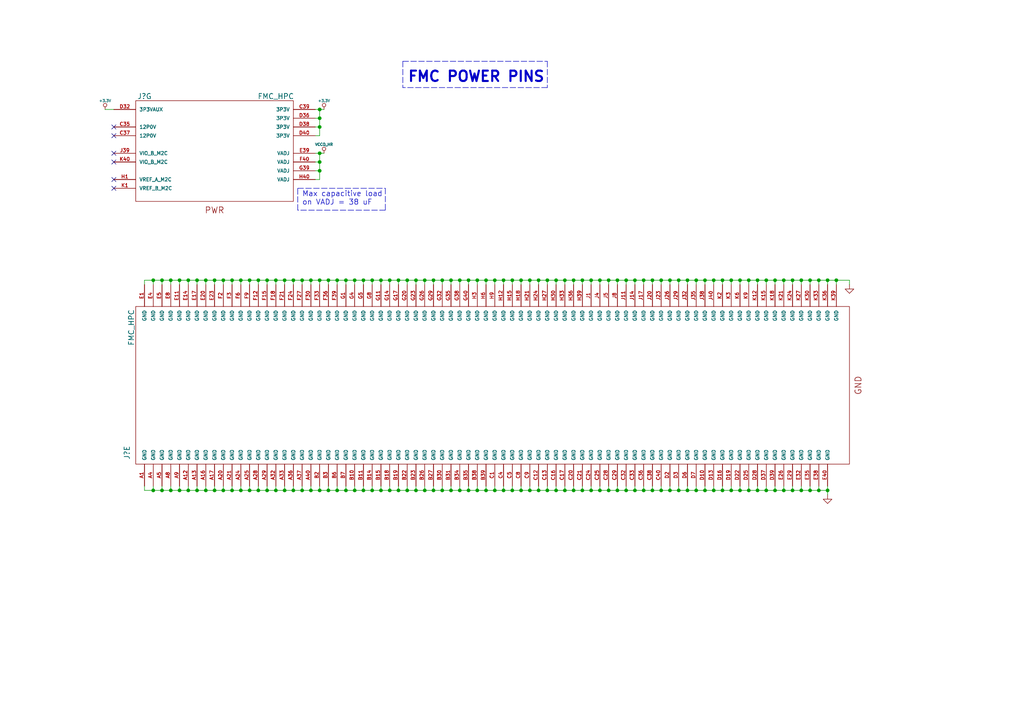
<source format=kicad_sch>
(kicad_sch (version 20250114) (generator "eeschema") (generator_version "9.0")
  (paper "A4")
  (title_block (title "CIAA-ACC FMC POWER pins") (date "2019-08-28") (rev "V1.4") (company "COMPUTADORA INDUSTRIAL ABIERTA ARGENTINA. CIAA-ACC (HPC)") (comment 1 "Authors: See 'doc/CHANGES.txt' file.      License: See 'doc/LICENCIA_CIAA_ACC.txt' file."))
  (text "FMC POWER PINS" (at 118.11 24.13 0) (effects (font (size 2.9972 2.9972) (thickness 0.5994) (bold yes)) (justify left bottom)))
  (text "Max capacitive load \non VADJ = 38 uF " (at 87.63 59.69 0) (effects (font (size 1.524 1.524)) (justify left bottom)))
  (junction (at 113.03 81.28))
  (junction (at 115.57 142.24))
  (junction (at 128.27 81.28))
  (junction (at 95.25 81.28))
  (junction (at 138.43 81.28))
  (junction (at 158.75 81.28))
  (junction (at 54.61 142.24))
  (junction (at 130.81 81.28))
  (junction (at 110.49 81.28))
  (junction (at 217.17 81.28))
  (junction (at 133.35 142.24))
  (junction (at 62.23 142.24))
  (junction (at 120.65 142.24))
  (junction (at 90.17 81.28))
  (junction (at 148.59 142.24))
  (junction (at 125.73 81.28))
  (junction (at 87.63 142.24))
  (junction (at 207.01 81.28))
  (junction (at 194.31 142.24))
  (junction (at 191.77 142.24))
  (junction (at 49.53 142.24))
  (junction (at 163.83 81.28))
  (junction (at 212.09 81.28))
  (junction (at 54.61 81.28))
  (junction (at 161.29 81.28))
  (junction (at 227.33 142.24))
  (junction (at 95.25 142.24))
  (junction (at 194.31 81.28))
  (junction (at 97.79 81.28))
  (junction (at 163.83 142.24))
  (junction (at 176.53 81.28))
  (junction (at 85.09 142.24))
  (junction (at 77.47 142.24))
  (junction (at 82.55 142.24))
  (junction (at 143.51 81.28))
  (junction (at 234.95 142.24))
  (junction (at 186.69 142.24))
  (junction (at 82.55 81.28))
  (junction (at 229.87 142.24))
  (junction (at 118.11 142.24))
  (junction (at 59.69 142.24))
  (junction (at 201.93 81.28))
  (junction (at 212.09 142.24))
  (junction (at 242.57 81.28))
  (junction (at 146.05 81.28))
  (junction (at 237.49 142.24))
  (junction (at 222.25 142.24))
  (junction (at 227.33 81.28))
  (junction (at 64.77 142.24))
  (junction (at 100.33 81.28))
  (junction (at 184.15 142.24))
  (junction (at 176.53 142.24))
  (junction (at 46.99 81.28))
  (junction (at 186.69 81.28))
  (junction (at 87.63 81.28))
  (junction (at 204.47 81.28))
  (junction (at 105.41 142.24))
  (junction (at 135.89 81.28))
  (junction (at 209.55 142.24))
  (junction (at 179.07 81.28))
  (junction (at 72.39 81.28))
  (junction (at 80.01 142.24))
  (junction (at 46.99 142.24))
  (junction (at 201.93 142.24))
  (junction (at 237.49 81.28))
  (junction (at 92.71 142.24))
  (junction (at 219.71 142.24))
  (junction (at 196.85 142.24))
  (junction (at 52.07 142.24))
  (junction (at 156.21 81.28))
  (junction (at 49.53 81.28))
  (junction (at 151.13 81.28))
  (junction (at 232.41 142.24))
  (junction (at 151.13 142.24))
  (junction (at 100.33 142.24))
  (junction (at 92.71 31.75))
  (junction (at 107.95 142.24))
  (junction (at 67.31 81.28))
  (junction (at 222.25 81.28))
  (junction (at 148.59 81.28))
  (junction (at 107.95 81.28))
  (junction (at 74.93 81.28))
  (junction (at 143.51 142.24))
  (junction (at 214.63 142.24))
  (junction (at 92.71 36.83))
  (junction (at 62.23 81.28))
  (junction (at 158.75 142.24))
  (junction (at 138.43 142.24))
  (junction (at 234.95 81.28))
  (junction (at 92.71 34.29))
  (junction (at 135.89 142.24))
  (junction (at 191.77 81.28))
  (junction (at 105.41 81.28))
  (junction (at 173.99 81.28))
  (junction (at 59.69 81.28))
  (junction (at 209.55 81.28))
  (junction (at 240.03 81.28))
  (junction (at 153.67 81.28))
  (junction (at 196.85 81.28))
  (junction (at 161.29 142.24))
  (junction (at 189.23 142.24))
  (junction (at 92.71 49.53))
  (junction (at 199.39 142.24))
  (junction (at 189.23 81.28))
  (junction (at 224.79 142.24))
  (junction (at 44.45 142.24))
  (junction (at 64.77 81.28))
  (junction (at 118.11 81.28))
  (junction (at 123.19 142.24))
  (junction (at 74.93 142.24))
  (junction (at 110.49 142.24))
  (junction (at 44.45 81.28))
  (junction (at 57.15 142.24))
  (junction (at 69.85 142.24))
  (junction (at 214.63 81.28))
  (junction (at 92.71 81.28))
  (junction (at 113.03 142.24))
  (junction (at 217.17 142.24))
  (junction (at 92.71 46.99))
  (junction (at 199.39 81.28))
  (junction (at 130.81 142.24))
  (junction (at 85.09 81.28))
  (junction (at 128.27 142.24))
  (junction (at 69.85 81.28))
  (junction (at 219.71 81.28))
  (junction (at 123.19 81.28))
  (junction (at 204.47 142.24))
  (junction (at 97.79 142.24))
  (junction (at 57.15 81.28))
  (junction (at 146.05 142.24))
  (junction (at 80.01 81.28))
  (junction (at 125.73 142.24))
  (junction (at 120.65 81.28))
  (junction (at 181.61 142.24))
  (junction (at 171.45 142.24))
  (junction (at 72.39 142.24))
  (junction (at 156.21 142.24))
  (junction (at 232.41 81.28))
  (junction (at 184.15 81.28))
  (junction (at 92.71 44.45))
  (junction (at 140.97 81.28))
  (junction (at 168.91 142.24))
  (junction (at 171.45 81.28))
  (junction (at 90.17 142.24))
  (junction (at 133.35 81.28))
  (junction (at 224.79 81.28))
  (junction (at 207.01 142.24))
  (junction (at 140.97 142.24))
  (junction (at 173.99 142.24))
  (junction (at 229.87 81.28))
  (junction (at 77.47 81.28))
  (junction (at 67.31 142.24))
  (junction (at 166.37 81.28))
  (junction (at 102.87 142.24))
  (junction (at 240.03 142.24))
  (junction (at 166.37 142.24))
  (junction (at 181.61 81.28))
  (junction (at 115.57 81.28))
  (junction (at 168.91 81.28))
  (junction (at 153.67 142.24))
  (junction (at 179.07 142.24))
  (junction (at 52.07 81.28))
  (junction (at 102.87 81.28))
  (no_connect (at 33.02 54.61))
  (no_connect (at 33.02 36.83))
  (no_connect (at 33.02 46.99))
  (no_connect (at 33.02 52.07))
  (no_connect (at 33.02 39.37))
  (no_connect (at 33.02 44.45))
  (wire (pts (xy 118.11 82.55) (xy 118.11 81.28)))
  (wire (pts (xy 151.13 82.55) (xy 151.13 81.28)))
  (wire (pts (xy 95.25 82.55) (xy 95.25 81.28)))
  (wire (pts (xy 151.13 140.97) (xy 151.13 142.24)))
  (wire (pts (xy 102.87 82.55) (xy 102.87 81.28)))
  (wire (pts (xy 173.99 82.55) (xy 173.99 81.28)))
  (wire (pts (xy 57.15 82.55) (xy 57.15 81.28)))
  (wire (pts (xy 52.07 142.24) (xy 49.53 142.24)))
  (wire (pts (xy 90.17 142.24) (xy 87.63 142.24)))
  (wire (pts (xy 232.41 81.28) (xy 229.87 81.28)))
  (wire (pts (xy 46.99 140.97) (xy 46.99 142.24)))
  (wire (pts (xy 237.49 142.24) (xy 234.95 142.24)))
  (wire (pts (xy 179.07 81.28) (xy 176.53 81.28)))
  (wire (pts (xy 163.83 82.55) (xy 163.83 81.28)))
  (wire (pts (xy 217.17 142.24) (xy 214.63 142.24)))
  (wire (pts (xy 199.39 140.97) (xy 199.39 142.24)))
  (wire (pts (xy 92.71 39.37) (xy 92.71 36.83)))
  (wire (pts (xy 67.31 81.28) (xy 64.77 81.28)))
  (wire (pts (xy 166.37 140.97) (xy 166.37 142.24)))
  (wire (pts (xy 161.29 81.28) (xy 158.75 81.28)))
  (polyline (pts (xy 111.76 60.96) (xy 86.36 60.96)) (stroke (width 0) (type dash)))
  (wire (pts (xy 166.37 81.28) (xy 163.83 81.28)))
  (wire (pts (xy 194.31 81.28) (xy 191.77 81.28)))
  (wire (pts (xy 148.59 81.28) (xy 146.05 81.28)))
  (wire (pts (xy 52.07 82.55) (xy 52.07 81.28)))
  (wire (pts (xy 204.47 142.24) (xy 201.93 142.24)))
  (wire (pts (xy 143.51 140.97) (xy 143.51 142.24)))
  (wire (pts (xy 59.69 140.97) (xy 59.69 142.24)))
  (wire (pts (xy 207.01 81.28) (xy 204.47 81.28)))
  (wire (pts (xy 140.97 81.28) (xy 138.43 81.28)))
  (wire (pts (xy 194.31 82.55) (xy 194.31 81.28)))
  (wire (pts (xy 64.77 82.55) (xy 64.77 81.28)))
  (wire (pts (xy 54.61 142.24) (xy 52.07 142.24)))
  (wire (pts (xy 189.23 142.24) (xy 186.69 142.24)))
  (wire (pts (xy 189.23 81.28) (xy 186.69 81.28)))
  (wire (pts (xy 133.35 142.24) (xy 130.81 142.24)))
  (wire (pts (xy 105.41 82.55) (xy 105.41 81.28)))
  (wire (pts (xy 133.35 81.28) (xy 130.81 81.28)))
  (wire (pts (xy 49.53 140.97) (xy 49.53 142.24)))
  (wire (pts (xy 209.55 140.97) (xy 209.55 142.24)))
  (wire (pts (xy 92.71 44.45) (xy 91.44 44.45)))
  (wire (pts (xy 125.73 82.55) (xy 125.73 81.28)))
  (wire (pts (xy 173.99 81.28) (xy 171.45 81.28)))
  (wire (pts (xy 240.03 142.24) (xy 237.49 142.24)))
  (wire (pts (xy 191.77 82.55) (xy 191.77 81.28)))
  (wire (pts (xy 107.95 81.28) (xy 105.41 81.28)))
  (wire (pts (xy 67.31 142.24) (xy 64.77 142.24)))
  (wire (pts (xy 133.35 82.55) (xy 133.35 81.28)))
  (wire (pts (xy 171.45 142.24) (xy 168.91 142.24)))
  (wire (pts (xy 115.57 142.24) (xy 113.03 142.24)))
  (wire (pts (xy 90.17 81.28) (xy 87.63 81.28)))
  (wire (pts (xy 171.45 81.28) (xy 168.91 81.28)))
  (wire (pts (xy 107.95 142.24) (xy 105.41 142.24)))
  (wire (pts (xy 62.23 82.55) (xy 62.23 81.28)))
  (wire (pts (xy 224.79 142.24) (xy 222.25 142.24)))
  (wire (pts (xy 128.27 82.55) (xy 128.27 81.28)))
  (wire (pts (xy 90.17 82.55) (xy 90.17 81.28)))
  (wire (pts (xy 234.95 81.28) (xy 232.41 81.28)))
  (wire (pts (xy 186.69 140.97) (xy 186.69 142.24)))
  (wire (pts (xy 123.19 140.97) (xy 123.19 142.24)))
  (wire (pts (xy 168.91 142.24) (xy 166.37 142.24)))
  (wire (pts (xy 146.05 82.55) (xy 146.05 81.28)))
  (wire (pts (xy 44.45 142.24) (xy 41.91 142.24)))
  (wire (pts (xy 130.81 142.24) (xy 128.27 142.24)))
  (wire (pts (xy 214.63 142.24) (xy 212.09 142.24)))
  (wire (pts (xy 62.23 140.97) (xy 62.23 142.24)))
  (wire (pts (xy 92.71 34.29) (xy 92.71 31.75)))
  (wire (pts (xy 207.01 142.24) (xy 204.47 142.24)))
  (wire (pts (xy 201.93 81.28) (xy 199.39 81.28)))
  (wire (pts (xy 173.99 140.97) (xy 173.99 142.24)))
  (wire (pts (xy 44.45 140.97) (xy 44.45 142.24)))
  (wire (pts (xy 64.77 81.28) (xy 62.23 81.28)))
  (wire (pts (xy 212.09 81.28) (xy 209.55 81.28)))
  (wire (pts (xy 74.93 140.97) (xy 74.93 142.24)))
  (wire (pts (xy 168.91 140.97) (xy 168.91 142.24)))
  (wire (pts (xy 85.09 82.55) (xy 85.09 81.28)))
  (wire (pts (xy 93.98 31.75) (xy 92.71 31.75)))
  (wire (pts (xy 123.19 82.55) (xy 123.19 81.28)))
  (wire (pts (xy 82.55 140.97) (xy 82.55 142.24)))
  (wire (pts (xy 102.87 142.24) (xy 100.33 142.24)))
  (wire (pts (xy 199.39 82.55) (xy 199.39 81.28)))
  (wire (pts (xy 110.49 81.28) (xy 107.95 81.28)))
  (wire (pts (xy 52.07 140.97) (xy 52.07 142.24)))
  (wire (pts (xy 189.23 140.97) (xy 189.23 142.24)))
  (wire (pts (xy 143.51 82.55) (xy 143.51 81.28)))
  (wire (pts (xy 168.91 82.55) (xy 168.91 81.28)))
  (wire (pts (xy 246.38 82.55) (xy 246.38 81.28)))
  (wire (pts (xy 92.71 31.75) (xy 91.44 31.75)))
  (wire (pts (xy 224.79 140.97) (xy 224.79 142.24)))
  (wire (pts (xy 196.85 82.55) (xy 196.85 81.28)))
  (wire (pts (xy 138.43 81.28) (xy 135.89 81.28)))
  (wire (pts (xy 110.49 142.24) (xy 107.95 142.24)))
  (wire (pts (xy 201.93 142.24) (xy 199.39 142.24)))
  (wire (pts (xy 179.07 82.55) (xy 179.07 81.28)))
  (wire (pts (xy 219.71 81.28) (xy 217.17 81.28)))
  (wire (pts (xy 163.83 81.28) (xy 161.29 81.28)))
  (wire (pts (xy 30.48 31.75) (xy 33.02 31.75)))
  (wire (pts (xy 184.15 142.24) (xy 181.61 142.24)))
  (wire (pts (xy 217.17 81.28) (xy 214.63 81.28)))
  (wire (pts (xy 138.43 82.55) (xy 138.43 81.28)))
  (wire (pts (xy 227.33 82.55) (xy 227.33 81.28)))
  (wire (pts (xy 237.49 140.97) (xy 237.49 142.24)))
  (wire (pts (xy 97.79 142.24) (xy 95.25 142.24)))
  (wire (pts (xy 153.67 140.97) (xy 153.67 142.24)))
  (wire (pts (xy 143.51 81.28) (xy 140.97 81.28)))
  (wire (pts (xy 105.41 81.28) (xy 102.87 81.28)))
  (wire (pts (xy 219.71 82.55) (xy 219.71 81.28)))
  (wire (pts (xy 57.15 140.97) (xy 57.15 142.24)))
  (wire (pts (xy 77.47 142.24) (xy 74.93 142.24)))
  (wire (pts (xy 82.55 142.24) (xy 80.01 142.24)))
  (wire (pts (xy 135.89 140.97) (xy 135.89 142.24)))
  (wire (pts (xy 105.41 140.97) (xy 105.41 142.24)))
  (wire (pts (xy 151.13 142.24) (xy 148.59 142.24)))
  (wire (pts (xy 95.25 140.97) (xy 95.25 142.24)))
  (wire (pts (xy 115.57 81.28) (xy 113.03 81.28)))
  (wire (pts (xy 138.43 140.97) (xy 138.43 142.24)))
  (wire (pts (xy 92.71 82.55) (xy 92.71 81.28)))
  (wire (pts (xy 59.69 81.28) (xy 57.15 81.28)))
  (wire (pts (xy 166.37 82.55) (xy 166.37 81.28)))
  (wire (pts (xy 72.39 140.97) (xy 72.39 142.24)))
  (wire (pts (xy 161.29 142.24) (xy 158.75 142.24)))
  (wire (pts (xy 196.85 81.28) (xy 194.31 81.28)))
  (wire (pts (xy 113.03 142.24) (xy 110.49 142.24)))
  (wire (pts (xy 130.81 140.97) (xy 130.81 142.24)))
  (wire (pts (xy 46.99 142.24) (xy 44.45 142.24)))
  (wire (pts (xy 92.71 52.07) (xy 91.44 52.07)))
  (wire (pts (xy 57.15 81.28) (xy 54.61 81.28)))
  (wire (pts (xy 212.09 140.97) (xy 212.09 142.24)))
  (wire (pts (xy 100.33 142.24) (xy 97.79 142.24)))
  (wire (pts (xy 191.77 140.97) (xy 191.77 142.24)))
  (wire (pts (xy 240.03 143.51) (xy 240.03 142.24)))
  (wire (pts (xy 118.11 140.97) (xy 118.11 142.24)))
  (wire (pts (xy 181.61 142.24) (xy 179.07 142.24)))
  (wire (pts (xy 67.31 140.97) (xy 67.31 142.24)))
  (wire (pts (xy 110.49 82.55) (xy 110.49 81.28)))
  (wire (pts (xy 184.15 82.55) (xy 184.15 81.28)))
  (wire (pts (xy 110.49 140.97) (xy 110.49 142.24)))
  (wire (pts (xy 91.44 39.37) (xy 92.71 39.37)))
  (wire (pts (xy 49.53 142.24) (xy 46.99 142.24)))
  (wire (pts (xy 179.07 142.24) (xy 176.53 142.24)))
  (wire (pts (xy 207.01 140.97) (xy 207.01 142.24)))
  (polyline (pts (xy 158.75 25.4) (xy 116.84 25.4)) (stroke (width 0) (type dash)))
  (wire (pts (xy 85.09 140.97) (xy 85.09 142.24)))
  (wire (pts (xy 128.27 140.97) (xy 128.27 142.24)))
  (wire (pts (xy 67.31 82.55) (xy 67.31 81.28)))
  (wire (pts (xy 163.83 142.24) (xy 161.29 142.24)))
  (wire (pts (xy 46.99 81.28) (xy 44.45 81.28)))
  (wire (pts (xy 240.03 82.55) (xy 240.03 81.28)))
  (wire (pts (xy 196.85 140.97) (xy 196.85 142.24)))
  (wire (pts (xy 69.85 140.97) (xy 69.85 142.24)))
  (wire (pts (xy 140.97 142.24) (xy 138.43 142.24)))
  (wire (pts (xy 118.11 142.24) (xy 115.57 142.24)))
  (wire (pts (xy 232.41 142.24) (xy 229.87 142.24)))
  (polyline (pts (xy 116.84 17.78) (xy 158.75 17.78)) (stroke (width 0) (type dash)))
  (wire (pts (xy 138.43 142.24) (xy 135.89 142.24)))
  (wire (pts (xy 80.01 142.24) (xy 77.47 142.24)))
  (wire (pts (xy 148.59 82.55) (xy 148.59 81.28)))
  (wire (pts (xy 49.53 81.28) (xy 46.99 81.28)))
  (wire (pts (xy 123.19 81.28) (xy 120.65 81.28)))
  (wire (pts (xy 143.51 142.24) (xy 140.97 142.24)))
  (wire (pts (xy 156.21 142.24) (xy 153.67 142.24)))
  (wire (pts (xy 69.85 81.28) (xy 67.31 81.28)))
  (wire (pts (xy 181.61 82.55) (xy 181.61 81.28)))
  (wire (pts (xy 135.89 142.24) (xy 133.35 142.24)))
  (wire (pts (xy 74.93 82.55) (xy 74.93 81.28)))
  (wire (pts (xy 158.75 142.24) (xy 156.21 142.24)))
  (wire (pts (xy 100.33 82.55) (xy 100.33 81.28)))
  (wire (pts (xy 69.85 142.24) (xy 67.31 142.24)))
  (wire (pts (xy 59.69 82.55) (xy 59.69 81.28)))
  (wire (pts (xy 219.71 142.24) (xy 217.17 142.24)))
  (wire (pts (xy 113.03 140.97) (xy 113.03 142.24)))
  (wire (pts (xy 176.53 142.24) (xy 173.99 142.24)))
  (wire (pts (xy 242.57 81.28) (xy 240.03 81.28)))
  (wire (pts (xy 181.61 81.28) (xy 179.07 81.28)))
  (wire (pts (xy 118.11 81.28) (xy 115.57 81.28)))
  (wire (pts (xy 54.61 140.97) (xy 54.61 142.24)))
  (wire (pts (xy 186.69 81.28) (xy 184.15 81.28)))
  (wire (pts (xy 237.49 81.28) (xy 234.95 81.28)))
  (wire (pts (xy 234.95 142.24) (xy 232.41 142.24)))
  (wire (pts (xy 92.71 81.28) (xy 90.17 81.28)))
  (wire (pts (xy 87.63 81.28) (xy 85.09 81.28)))
  (wire (pts (xy 209.55 142.24) (xy 207.01 142.24)))
  (wire (pts (xy 91.44 49.53) (xy 92.71 49.53)))
  (polyline (pts (xy 158.75 17.78) (xy 158.75 25.4)) (stroke (width 0) (type dash)))
  (wire (pts (xy 41.91 81.28) (xy 41.91 82.55)))
  (wire (pts (xy 246.38 81.28) (xy 242.57 81.28)))
  (wire (pts (xy 153.67 81.28) (xy 151.13 81.28)))
  (wire (pts (xy 161.29 140.97) (xy 161.29 142.24)))
  (wire (pts (xy 91.44 34.29) (xy 92.71 34.29)))
  (wire (pts (xy 113.03 81.28) (xy 110.49 81.28)))
  (wire (pts (xy 156.21 82.55) (xy 156.21 81.28)))
  (wire (pts (xy 194.31 142.24) (xy 191.77 142.24)))
  (wire (pts (xy 227.33 140.97) (xy 227.33 142.24)))
  (wire (pts (xy 97.79 81.28) (xy 95.25 81.28)))
  (wire (pts (xy 95.25 81.28) (xy 92.71 81.28)))
  (wire (pts (xy 209.55 81.28) (xy 207.01 81.28)))
  (wire (pts (xy 72.39 81.28) (xy 69.85 81.28)))
  (wire (pts (xy 120.65 82.55) (xy 120.65 81.28)))
  (wire (pts (xy 229.87 82.55) (xy 229.87 81.28)))
  (wire (pts (xy 100.33 140.97) (xy 100.33 142.24)))
  (wire (pts (xy 156.21 81.28) (xy 153.67 81.28)))
  (wire (pts (xy 224.79 82.55) (xy 224.79 81.28)))
  (wire (pts (xy 140.97 140.97) (xy 140.97 142.24)))
  (wire (pts (xy 222.25 81.28) (xy 219.71 81.28)))
  (wire (pts (xy 92.71 36.83) (xy 92.71 34.29)))
  (wire (pts (xy 204.47 81.28) (xy 201.93 81.28)))
  (wire (pts (xy 184.15 81.28) (xy 181.61 81.28)))
  (wire (pts (xy 64.77 142.24) (xy 62.23 142.24)))
  (wire (pts (xy 232.41 140.97) (xy 232.41 142.24)))
  (wire (pts (xy 212.09 82.55) (xy 212.09 81.28)))
  (wire (pts (xy 219.71 140.97) (xy 219.71 142.24)))
  (wire (pts (xy 125.73 142.24) (xy 123.19 142.24)))
  (wire (pts (xy 148.59 140.97) (xy 148.59 142.24)))
  (wire (pts (xy 212.09 142.24) (xy 209.55 142.24)))
  (wire (pts (xy 72.39 82.55) (xy 72.39 81.28)))
  (wire (pts (xy 52.07 81.28) (xy 49.53 81.28)))
  (polyline (pts (xy 111.76 54.61) (xy 111.76 60.96)) (stroke (width 0) (type dash)))
  (wire (pts (xy 44.45 82.55) (xy 44.45 81.28)))
  (wire (pts (xy 93.98 44.45) (xy 92.71 44.45)))
  (wire (pts (xy 115.57 82.55) (xy 115.57 81.28)))
  (wire (pts (xy 44.45 81.28) (xy 41.91 81.28)))
  (wire (pts (xy 201.93 140.97) (xy 201.93 142.24)))
  (wire (pts (xy 176.53 140.97) (xy 176.53 142.24)))
  (wire (pts (xy 217.17 82.55) (xy 217.17 81.28)))
  (wire (pts (xy 199.39 81.28) (xy 196.85 81.28)))
  (wire (pts (xy 113.03 82.55) (xy 113.03 81.28)))
  (wire (pts (xy 57.15 142.24) (xy 54.61 142.24)))
  (wire (pts (xy 234.95 140.97) (xy 234.95 142.24)))
  (wire (pts (xy 102.87 81.28) (xy 100.33 81.28)))
  (wire (pts (xy 171.45 140.97) (xy 171.45 142.24)))
  (wire (pts (xy 90.17 140.97) (xy 90.17 142.24)))
  (wire (pts (xy 168.91 81.28) (xy 166.37 81.28)))
  (wire (pts (xy 130.81 81.28) (xy 128.27 81.28)))
  (wire (pts (xy 77.47 81.28) (xy 74.93 81.28)))
  (wire (pts (xy 130.81 82.55) (xy 130.81 81.28)))
  (wire (pts (xy 229.87 81.28) (xy 227.33 81.28)))
  (wire (pts (xy 189.23 82.55) (xy 189.23 81.28)))
  (wire (pts (xy 234.95 82.55) (xy 234.95 81.28)))
  (wire (pts (xy 91.44 46.99) (xy 92.71 46.99)))
  (wire (pts (xy 120.65 140.97) (xy 120.65 142.24)))
  (wire (pts (xy 184.15 140.97) (xy 184.15 142.24)))
  (wire (pts (xy 153.67 142.24) (xy 151.13 142.24)))
  (wire (pts (xy 227.33 142.24) (xy 224.79 142.24)))
  (wire (pts (xy 222.25 142.24) (xy 219.71 142.24)))
  (wire (pts (xy 222.25 82.55) (xy 222.25 81.28)))
  (wire (pts (xy 46.99 82.55) (xy 46.99 81.28)))
  (wire (pts (xy 171.45 82.55) (xy 171.45 81.28)))
  (wire (pts (xy 54.61 81.28) (xy 52.07 81.28)))
  (wire (pts (xy 59.69 142.24) (xy 57.15 142.24)))
  (wire (pts (xy 128.27 142.24) (xy 125.73 142.24)))
  (wire (pts (xy 128.27 81.28) (xy 125.73 81.28)))
  (wire (pts (xy 74.93 81.28) (xy 72.39 81.28)))
  (wire (pts (xy 209.55 82.55) (xy 209.55 81.28)))
  (wire (pts (xy 191.77 81.28) (xy 189.23 81.28)))
  (wire (pts (xy 107.95 82.55) (xy 107.95 81.28)))
  (wire (pts (xy 217.17 140.97) (xy 217.17 142.24)))
  (wire (pts (xy 204.47 82.55) (xy 204.47 81.28)))
  (wire (pts (xy 207.01 82.55) (xy 207.01 81.28)))
  (wire (pts (xy 186.69 82.55) (xy 186.69 81.28)))
  (wire (pts (xy 69.85 82.55) (xy 69.85 81.28)))
  (wire (pts (xy 85.09 142.24) (xy 82.55 142.24)))
  (wire (pts (xy 105.41 142.24) (xy 102.87 142.24)))
  (wire (pts (xy 49.53 82.55) (xy 49.53 81.28)))
  (wire (pts (xy 204.47 140.97) (xy 204.47 142.24)))
  (polyline (pts (xy 86.36 54.61) (xy 111.76 54.61)) (stroke (width 0) (type dash)))
  (wire (pts (xy 240.03 81.28) (xy 237.49 81.28)))
  (wire (pts (xy 161.29 82.55) (xy 161.29 81.28)))
  (wire (pts (xy 123.19 142.24) (xy 120.65 142.24)))
  (wire (pts (xy 135.89 82.55) (xy 135.89 81.28)))
  (wire (pts (xy 153.67 82.55) (xy 153.67 81.28)))
  (wire (pts (xy 74.93 142.24) (xy 72.39 142.24)))
  (wire (pts (xy 100.33 81.28) (xy 97.79 81.28)))
  (wire (pts (xy 146.05 142.24) (xy 143.51 142.24)))
  (wire (pts (xy 194.31 140.97) (xy 194.31 142.24)))
  (wire (pts (xy 82.55 81.28) (xy 80.01 81.28)))
  (wire (pts (xy 92.71 140.97) (xy 92.71 142.24)))
  (wire (pts (xy 158.75 140.97) (xy 158.75 142.24)))
  (wire (pts (xy 173.99 142.24) (xy 171.45 142.24)))
  (wire (pts (xy 92.71 142.24) (xy 90.17 142.24)))
  (wire (pts (xy 62.23 81.28) (xy 59.69 81.28)))
  (wire (pts (xy 146.05 81.28) (xy 143.51 81.28)))
  (wire (pts (xy 135.89 81.28) (xy 133.35 81.28)))
  (wire (pts (xy 214.63 82.55) (xy 214.63 81.28)))
  (wire (pts (xy 77.47 140.97) (xy 77.47 142.24)))
  (wire (pts (xy 196.85 142.24) (xy 194.31 142.24)))
  (wire (pts (xy 120.65 81.28) (xy 118.11 81.28)))
  (wire (pts (xy 87.63 140.97) (xy 87.63 142.24)))
  (wire (pts (xy 64.77 140.97) (xy 64.77 142.24)))
  (wire (pts (xy 54.61 82.55) (xy 54.61 81.28)))
  (wire (pts (xy 176.53 82.55) (xy 176.53 81.28)))
  (polyline (pts (xy 116.84 17.78) (xy 116.84 25.4)) (stroke (width 0) (type dash)))
  (wire (pts (xy 92.71 46.99) (xy 92.71 49.53)))
  (wire (pts (xy 191.77 142.24) (xy 189.23 142.24)))
  (wire (pts (xy 237.49 82.55) (xy 237.49 81.28)))
  (wire (pts (xy 72.39 142.24) (xy 69.85 142.24)))
  (wire (pts (xy 242.57 82.55) (xy 242.57 81.28)))
  (wire (pts (xy 140.97 82.55) (xy 140.97 81.28)))
  (wire (pts (xy 163.83 140.97) (xy 163.83 142.24)))
  (wire (pts (xy 214.63 81.28) (xy 212.09 81.28)))
  (wire (pts (xy 115.57 140.97) (xy 115.57 142.24)))
  (wire (pts (xy 62.23 142.24) (xy 59.69 142.24)))
  (wire (pts (xy 80.01 82.55) (xy 80.01 81.28)))
  (wire (pts (xy 91.44 36.83) (xy 92.71 36.83)))
  (wire (pts (xy 224.79 81.28) (xy 222.25 81.28)))
  (polyline (pts (xy 86.36 60.96) (xy 86.36 54.61)) (stroke (width 0) (type dash)))
  (wire (pts (xy 181.61 140.97) (xy 181.61 142.24)))
  (wire (pts (xy 186.69 142.24) (xy 184.15 142.24)))
  (wire (pts (xy 240.03 142.24) (xy 240.03 140.97)))
  (wire (pts (xy 97.79 82.55) (xy 97.79 81.28)))
  (wire (pts (xy 151.13 81.28) (xy 148.59 81.28)))
  (wire (pts (xy 92.71 49.53) (xy 92.71 52.07)))
  (wire (pts (xy 214.63 140.97) (xy 214.63 142.24)))
  (wire (pts (xy 201.93 82.55) (xy 201.93 81.28)))
  (wire (pts (xy 133.35 140.97) (xy 133.35 142.24)))
  (wire (pts (xy 146.05 140.97) (xy 146.05 142.24)))
  (wire (pts (xy 229.87 140.97) (xy 229.87 142.24)))
  (wire (pts (xy 95.25 142.24) (xy 92.71 142.24)))
  (wire (pts (xy 97.79 140.97) (xy 97.79 142.24)))
  (wire (pts (xy 125.73 81.28) (xy 123.19 81.28)))
  (wire (pts (xy 227.33 81.28) (xy 224.79 81.28)))
  (wire (pts (xy 41.91 142.24) (xy 41.91 140.97)))
  (wire (pts (xy 199.39 142.24) (xy 196.85 142.24)))
  (wire (pts (xy 232.41 82.55) (xy 232.41 81.28)))
  (wire (pts (xy 158.75 82.55) (xy 158.75 81.28)))
  (wire (pts (xy 120.65 142.24) (xy 118.11 142.24)))
  (wire (pts (xy 176.53 81.28) (xy 173.99 81.28)))
  (wire (pts (xy 80.01 81.28) (xy 77.47 81.28)))
  (wire (pts (xy 222.25 140.97) (xy 222.25 142.24)))
  (wire (pts (xy 125.73 140.97) (xy 125.73 142.24)))
  (wire (pts (xy 158.75 81.28) (xy 156.21 81.28)))
  (wire (pts (xy 82.55 82.55) (xy 82.55 81.28)))
  (wire (pts (xy 102.87 140.97) (xy 102.87 142.24)))
  (wire (pts (xy 77.47 82.55) (xy 77.47 81.28)))
  (wire (pts (xy 107.95 140.97) (xy 107.95 142.24)))
  (wire (pts (xy 85.09 81.28) (xy 82.55 81.28)))
  (wire (pts (xy 166.37 142.24) (xy 163.83 142.24)))
  (wire (pts (xy 87.63 82.55) (xy 87.63 81.28)))
  (wire (pts (xy 92.71 44.45) (xy 92.71 46.99)))
  (wire (pts (xy 156.21 140.97) (xy 156.21 142.24)))
  (wire (pts (xy 80.01 140.97) (xy 80.01 142.24)))
  (wire (pts (xy 229.87 142.24) (xy 227.33 142.24)))
  (wire (pts (xy 87.63 142.24) (xy 85.09 142.24)))
  (wire (pts (xy 179.07 140.97) (xy 179.07 142.24)))
  (wire (pts (xy 148.59 142.24) (xy 146.05 142.24)))
  (symbol (lib_id "FMC_HPC:FMC_HPC") (at 143.51 111.76 90) (unit 5)
    (property "Reference" "J5" (at 36.83 133.35 0) (effects (font (size 1.524 1.524)) (justify left)))
    (property "Value" "FMC_HPC" (at 38.1 100.33 0) (effects (font (size 1.524 1.524)) (justify left)))
    (property "Footprint" "samtec:ASP-134486-01" (effects (hide yes)))
    (property "Desc" "FMC HPC" (effects (hide yes)))
    (property "Manf" "Samtec" (effects (hide yes)))
    (property "Manf#" "ASP-134486-01" (effects (hide yes)))
    (property "Reemplazo" "ASP-134485-01" (effects (hide yes)))
    (instances (project "" (path "" (reference "J?") (unit 5)) (path "" (reference "J5") (unit 5))))
  )
  (symbol (lib_id "FMC_HPC:FMC_HPC") (at 62.23 41.91 0) (unit 7)
    (property "Reference" "J5" (at 41.91 27.94 0) (effects (font (size 1.524 1.524))))
    (property "Value" "FMC_HPC" (at 80.01 27.94 0) (effects (font (size 1.524 1.524))))
    (property "Footprint" "samtec:ASP-134486-01" (effects (hide yes)))
    (property "Desc" "FMC HPC" (effects (hide yes)))
    (property "Manf" "Samtec" (effects (hide yes)))
    (property "Manf#" "ASP-134486-01" (effects (hide yes)))
    (property "Reemplazo" "ASP-134485-01" (effects (hide yes)))
    (instances (project "" (path "" (reference "J?") (unit 7)) (path "" (reference "J5") (unit 7))))
  )
  (symbol (lib_id "CIAA_ACC:VCCO_HR") (at 93.98 44.45 0) (unit 1)
    (property "Reference" "#PWR0484" (effects (hide yes)))
    (property "Value" "VCCO_HR" (at 93.98 41.91 0) (effects (font (size 0.762 0.762))))
  )
  (symbol (lib_id "CIAA_ACC:+3.3V") (at 93.98 31.75 0) (unit 1)
    (property "Reference" "#PWR0485" (effects (hide yes)))
    (property "Value" "+3.3V" (at 93.98 29.21 0) (effects (font (size 0.762 0.762))))
  )
  (symbol (lib_id "CIAA_ACC:+3.3V") (at 30.48 31.75 0) (unit 1)
    (property "Reference" "#PWR0486" (effects (hide yes)))
    (property "Value" "+3.3V" (at 30.48 29.21 0) (effects (font (size 0.762 0.762))))
  )
  (symbol (lib_id "CIAA_ACC:GND") (at 240.03 143.51 0) (unit 1)
    (property "Reference" "#PWR0487" (effects (hide yes)))
    (property "Value" "GND" (effects (hide yes)))
  )
  (symbol (lib_id "CIAA_ACC:GND") (at 246.38 82.55 0) (unit 1)
    (property "Reference" "#PWR0488" (effects (hide yes)))
    (property "Value" "GND" (effects (hide yes)))
  )
)
</source>
